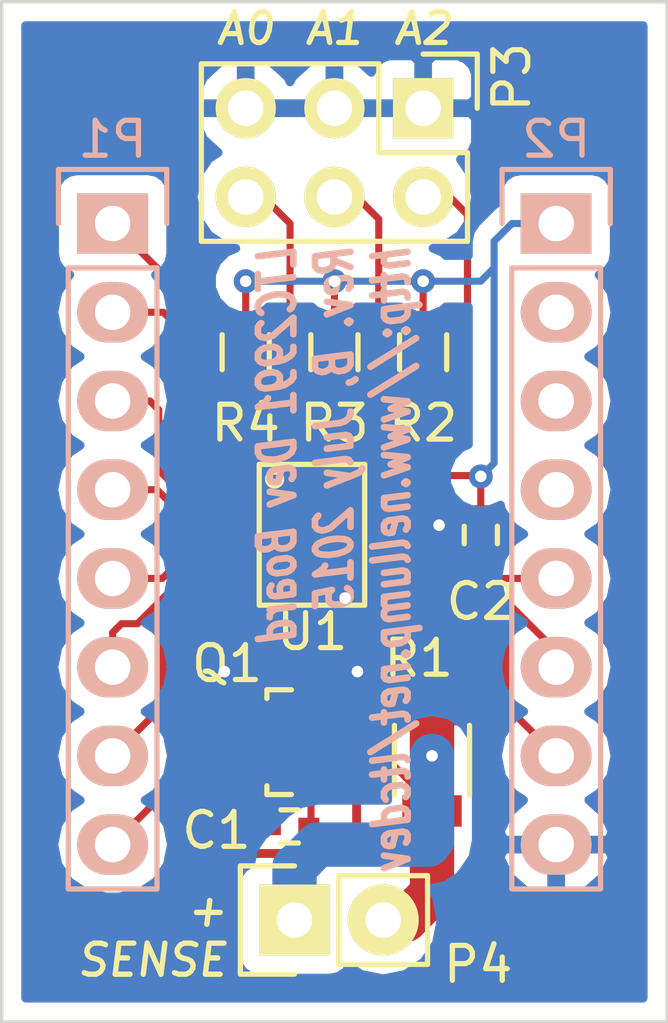
<source format=kicad_pcb>
(kicad_pcb (version 4) (host pcbnew no-vcs-found-product)

  (general
    (links 38)
    (no_connects 2)
    (area 129.106886 87.9221 152.833115 117.271001)
    (thickness 1.6)
    (drawings 9)
    (tracks 161)
    (zones 0)
    (modules 12)
    (nets 18)
  )

  (page A)
  (title_block
    (title "LTC2991 Development Board")
    (date 2015-07-25)
    (rev B)
    (company "Paul Mullen <pm@nellump.net>")
    (comment 1 <http://www.nellump.net/ltcdev>)
  )

  (layers
    (0 F.Cu signal)
    (31 B.Cu signal)
    (32 B.Adhes user)
    (33 F.Adhes user)
    (34 B.Paste user)
    (35 F.Paste user)
    (36 B.SilkS user)
    (37 F.SilkS user)
    (38 B.Mask user)
    (39 F.Mask user)
    (40 Dwgs.User user)
    (41 Cmts.User user)
    (42 Eco1.User user)
    (43 Eco2.User user)
    (44 Edge.Cuts user)
    (45 Margin user)
    (46 B.CrtYd user)
    (47 F.CrtYd user)
    (48 B.Fab user)
    (49 F.Fab user)
  )

  (setup
    (last_trace_width 0.2032)
    (user_trace_width 0.1524)
    (user_trace_width 0.2032)
    (user_trace_width 0.254)
    (user_trace_width 0.3048)
    (user_trace_width 0.4064)
    (user_trace_width 0.508)
    (user_trace_width 0.635)
    (user_trace_width 1.27)
    (user_trace_width 2.54)
    (trace_clearance 0.1524)
    (zone_clearance 0.508)
    (zone_45_only no)
    (trace_min 0.1524)
    (segment_width 0.2)
    (edge_width 0.1)
    (via_size 0.6858)
    (via_drill 0.3302)
    (via_min_size 0.6858)
    (via_min_drill 0.3302)
    (user_via 0.6858 0.3302)
    (user_via 0.9144 0.4572)
    (user_via 1.016 0.508)
    (uvia_size 0.3)
    (uvia_drill 0.1)
    (uvias_allowed no)
    (uvia_min_size 0)
    (uvia_min_drill 0)
    (pcb_text_width 0.3)
    (pcb_text_size 1.5 1.5)
    (mod_edge_width 0.15)
    (mod_text_size 1 1)
    (mod_text_width 0.15)
    (pad_size 1.5 1.5)
    (pad_drill 0.6)
    (pad_to_mask_clearance 0)
    (aux_axis_origin 0 0)
    (visible_elements FFFFFF7F)
    (pcbplotparams
      (layerselection 0x010f8_80000001)
      (usegerberextensions false)
      (excludeedgelayer true)
      (linewidth 0.100000)
      (plotframeref false)
      (viasonmask false)
      (mode 1)
      (useauxorigin false)
      (hpglpennumber 1)
      (hpglpenspeed 20)
      (hpglpendiameter 15)
      (hpglpenoverlay 2)
      (psnegative false)
      (psa4output false)
      (plotreference true)
      (plotvalue false)
      (plotinvisibletext false)
      (padsonsilk false)
      (subtractmaskfromsilk false)
      (outputformat 1)
      (mirror false)
      (drillshape 0)
      (scaleselection 1)
      (outputdirectory ../gerbers/))
  )

  (net 0 "")
  (net 1 /VCC)
  (net 2 /SCL)
  (net 3 /SDA)
  (net 4 /V1)
  (net 5 /V2)
  (net 6 /V3)
  (net 7 /V4)
  (net 8 /GND)
  (net 9 /PWM)
  (net 10 /V8)
  (net 11 /V7)
  (net 12 /V6)
  (net 13 /V5)
  (net 14 /NC)
  (net 15 /ADR2)
  (net 16 /ADR1)
  (net 17 /ADR0)

  (net_class Default "This is the default net class."
    (clearance 0.1524)
    (trace_width 0.2032)
    (via_dia 0.6858)
    (via_drill 0.3302)
    (uvia_dia 0.3)
    (uvia_drill 0.1)
    (add_net /ADR0)
    (add_net /ADR1)
    (add_net /ADR2)
    (add_net /GND)
    (add_net /NC)
    (add_net /PWM)
    (add_net /SCL)
    (add_net /SDA)
    (add_net /V1)
    (add_net /V2)
    (add_net /V3)
    (add_net /V4)
    (add_net /V5)
    (add_net /V6)
    (add_net /V7)
    (add_net /V8)
    (add_net /VCC)
  )

  (module Resistors_SMD:R_1206 (layer F.Cu) (tedit 55B3EDA8) (tstamp 55A3F20C)
    (at 143.764 109.728 270)
    (descr "Resistor SMD 1206, reflow soldering, Vishay (see dcrcw.pdf)")
    (tags "resistor 1206")
    (path /55A21CED)
    (attr smd)
    (fp_text reference R1 (at -2.921 0.381 360) (layer F.SilkS)
      (effects (font (size 1 1) (thickness 0.15)))
    )
    (fp_text value 0.1 (at 0 2.3 270) (layer F.Fab) hide
      (effects (font (size 1 1) (thickness 0.15)))
    )
    (fp_line (start -2.2 -1.2) (end 2.2 -1.2) (layer F.CrtYd) (width 0.05))
    (fp_line (start -2.2 1.2) (end 2.2 1.2) (layer F.CrtYd) (width 0.05))
    (fp_line (start -2.2 -1.2) (end -2.2 1.2) (layer F.CrtYd) (width 0.05))
    (fp_line (start 2.2 -1.2) (end 2.2 1.2) (layer F.CrtYd) (width 0.05))
    (fp_line (start 1 1.075) (end -1 1.075) (layer F.SilkS) (width 0.15))
    (fp_line (start -1 -1.075) (end 1 -1.075) (layer F.SilkS) (width 0.15))
    (pad 1 smd rect (at -1.45 0 270) (size 0.9 1.7) (layers F.Cu F.Paste F.Mask)
      (net 4 /V1))
    (pad 2 smd rect (at 1.45 0 270) (size 0.9 1.7) (layers F.Cu F.Paste F.Mask)
      (net 5 /V2))
    (model Resistors_SMD.3dshapes/R_1206.wrl
      (at (xyz 0 0 0))
      (scale (xyz 1 1 1))
      (rotate (xyz 0 0 0))
    )
  )

  (module Pin_Headers:Pin_Header_Straight_2x03 (layer F.Cu) (tedit 55B41F52) (tstamp 55A3F4D9)
    (at 143.51 91.059 270)
    (descr "Through hole pin header")
    (tags "pin header")
    (path /55A3F3AE)
    (fp_text reference P3 (at -0.889 -2.54 450) (layer F.SilkS)
      (effects (font (size 1 1) (thickness 0.15)))
    )
    (fp_text value PIN_HEAD_2x3 (at 0 -3.1 270) (layer F.Fab) hide
      (effects (font (size 1 1) (thickness 0.15)))
    )
    (fp_line (start -1.27 1.27) (end -1.27 6.35) (layer F.SilkS) (width 0.15))
    (fp_line (start -1.55 -1.55) (end 0 -1.55) (layer F.SilkS) (width 0.15))
    (fp_line (start -1.75 -1.75) (end -1.75 6.85) (layer F.CrtYd) (width 0.05))
    (fp_line (start 4.3 -1.75) (end 4.3 6.85) (layer F.CrtYd) (width 0.05))
    (fp_line (start -1.75 -1.75) (end 4.3 -1.75) (layer F.CrtYd) (width 0.05))
    (fp_line (start -1.75 6.85) (end 4.3 6.85) (layer F.CrtYd) (width 0.05))
    (fp_line (start 1.27 -1.27) (end 1.27 1.27) (layer F.SilkS) (width 0.15))
    (fp_line (start 1.27 1.27) (end -1.27 1.27) (layer F.SilkS) (width 0.15))
    (fp_line (start -1.27 6.35) (end 3.81 6.35) (layer F.SilkS) (width 0.15))
    (fp_line (start 3.81 6.35) (end 3.81 1.27) (layer F.SilkS) (width 0.15))
    (fp_line (start -1.55 -1.55) (end -1.55 0) (layer F.SilkS) (width 0.15))
    (fp_line (start 3.81 -1.27) (end 1.27 -1.27) (layer F.SilkS) (width 0.15))
    (fp_line (start 3.81 1.27) (end 3.81 -1.27) (layer F.SilkS) (width 0.15))
    (pad 1 thru_hole rect (at 0 0 270) (size 1.7272 1.7272) (drill 1.016) (layers *.Cu *.Mask F.SilkS)
      (net 8 /GND))
    (pad 2 thru_hole oval (at 2.54 0 270) (size 1.7272 1.7272) (drill 1.016) (layers *.Cu *.Mask F.SilkS)
      (net 15 /ADR2))
    (pad 3 thru_hole oval (at 0 2.54 270) (size 1.7272 1.7272) (drill 1.016) (layers *.Cu *.Mask F.SilkS)
      (net 8 /GND))
    (pad 4 thru_hole oval (at 2.54 2.54 270) (size 1.7272 1.7272) (drill 1.016) (layers *.Cu *.Mask F.SilkS)
      (net 16 /ADR1))
    (pad 5 thru_hole oval (at 0 5.08 270) (size 1.7272 1.7272) (drill 1.016) (layers *.Cu *.Mask F.SilkS)
      (net 8 /GND))
    (pad 6 thru_hole oval (at 2.54 5.08 270) (size 1.7272 1.7272) (drill 1.016) (layers *.Cu *.Mask F.SilkS)
      (net 17 /ADR0))
    (model Pin_Headers.3dshapes/Pin_Header_Straight_2x03.wrl
      (at (xyz 0.05 -0.1 0))
      (scale (xyz 1 1 1))
      (rotate (xyz 0 0 90))
    )
  )

  (module Pin_Headers:Pin_Header_Straight_1x08 (layer B.Cu) (tedit 55A61E5B) (tstamp 55A5E210)
    (at 134.62 94.361 180)
    (descr "Through hole pin header")
    (tags "pin header")
    (path /55A5EA73)
    (fp_text reference P1 (at 0 2.413 180) (layer B.SilkS)
      (effects (font (size 1 1) (thickness 0.15)) (justify mirror))
    )
    (fp_text value PIN_HEAD_1x8 (at 0 3.1 180) (layer B.Fab) hide
      (effects (font (size 1 1) (thickness 0.15)) (justify mirror))
    )
    (fp_line (start -1.75 1.75) (end -1.75 -19.55) (layer B.CrtYd) (width 0.05))
    (fp_line (start 1.75 1.75) (end 1.75 -19.55) (layer B.CrtYd) (width 0.05))
    (fp_line (start -1.75 1.75) (end 1.75 1.75) (layer B.CrtYd) (width 0.05))
    (fp_line (start -1.75 -19.55) (end 1.75 -19.55) (layer B.CrtYd) (width 0.05))
    (fp_line (start 1.27 -1.27) (end 1.27 -19.05) (layer B.SilkS) (width 0.15))
    (fp_line (start 1.27 -19.05) (end -1.27 -19.05) (layer B.SilkS) (width 0.15))
    (fp_line (start -1.27 -19.05) (end -1.27 -1.27) (layer B.SilkS) (width 0.15))
    (fp_line (start 1.55 1.55) (end 1.55 0) (layer B.SilkS) (width 0.15))
    (fp_line (start 1.27 -1.27) (end -1.27 -1.27) (layer B.SilkS) (width 0.15))
    (fp_line (start -1.55 0) (end -1.55 1.55) (layer B.SilkS) (width 0.15))
    (fp_line (start -1.55 1.55) (end 1.55 1.55) (layer B.SilkS) (width 0.15))
    (pad 1 thru_hole rect (at 0 0 180) (size 2.032 1.7272) (drill 1.016) (layers *.Cu *.Mask B.SilkS)
      (net 4 /V1))
    (pad 2 thru_hole oval (at 0 -2.54 180) (size 2.032 1.7272) (drill 1.016) (layers *.Cu *.Mask B.SilkS)
      (net 5 /V2))
    (pad 3 thru_hole oval (at 0 -5.08 180) (size 2.032 1.7272) (drill 1.016) (layers *.Cu *.Mask B.SilkS)
      (net 6 /V3))
    (pad 4 thru_hole oval (at 0 -7.62 180) (size 2.032 1.7272) (drill 1.016) (layers *.Cu *.Mask B.SilkS)
      (net 7 /V4))
    (pad 5 thru_hole oval (at 0 -10.16 180) (size 2.032 1.7272) (drill 1.016) (layers *.Cu *.Mask B.SilkS)
      (net 13 /V5))
    (pad 6 thru_hole oval (at 0 -12.7 180) (size 2.032 1.7272) (drill 1.016) (layers *.Cu *.Mask B.SilkS)
      (net 12 /V6))
    (pad 7 thru_hole oval (at 0 -15.24 180) (size 2.032 1.7272) (drill 1.016) (layers *.Cu *.Mask B.SilkS)
      (net 11 /V7))
    (pad 8 thru_hole oval (at 0 -17.78 180) (size 2.032 1.7272) (drill 1.016) (layers *.Cu *.Mask B.SilkS)
      (net 10 /V8))
    (model Pin_Headers.3dshapes/Pin_Header_Straight_1x08.wrl
      (at (xyz 0 -0.35 0))
      (scale (xyz 1 1 1))
      (rotate (xyz 0 0 90))
    )
  )

  (module Pin_Headers:Pin_Header_Straight_1x08 (layer B.Cu) (tedit 55A61E59) (tstamp 55A5E378)
    (at 147.32 94.361 180)
    (descr "Through hole pin header")
    (tags "pin header")
    (path /55A5EB80)
    (fp_text reference P2 (at 0 2.413 180) (layer B.SilkS)
      (effects (font (size 1 1) (thickness 0.15)) (justify mirror))
    )
    (fp_text value PIN_HEAD_1x8 (at 0 3.1 180) (layer B.Fab) hide
      (effects (font (size 1 1) (thickness 0.15)) (justify mirror))
    )
    (fp_line (start -1.75 1.75) (end -1.75 -19.55) (layer B.CrtYd) (width 0.05))
    (fp_line (start 1.75 1.75) (end 1.75 -19.55) (layer B.CrtYd) (width 0.05))
    (fp_line (start -1.75 1.75) (end 1.75 1.75) (layer B.CrtYd) (width 0.05))
    (fp_line (start -1.75 -19.55) (end 1.75 -19.55) (layer B.CrtYd) (width 0.05))
    (fp_line (start 1.27 -1.27) (end 1.27 -19.05) (layer B.SilkS) (width 0.15))
    (fp_line (start 1.27 -19.05) (end -1.27 -19.05) (layer B.SilkS) (width 0.15))
    (fp_line (start -1.27 -19.05) (end -1.27 -1.27) (layer B.SilkS) (width 0.15))
    (fp_line (start 1.55 1.55) (end 1.55 0) (layer B.SilkS) (width 0.15))
    (fp_line (start 1.27 -1.27) (end -1.27 -1.27) (layer B.SilkS) (width 0.15))
    (fp_line (start -1.55 0) (end -1.55 1.55) (layer B.SilkS) (width 0.15))
    (fp_line (start -1.55 1.55) (end 1.55 1.55) (layer B.SilkS) (width 0.15))
    (pad 1 thru_hole rect (at 0 0 180) (size 2.032 1.7272) (drill 1.016) (layers *.Cu *.Mask B.SilkS)
      (net 1 /VCC))
    (pad 2 thru_hole oval (at 0 -2.54 180) (size 2.032 1.7272) (drill 1.016) (layers *.Cu *.Mask B.SilkS)
      (net 14 /NC))
    (pad 3 thru_hole oval (at 0 -5.08 180) (size 2.032 1.7272) (drill 1.016) (layers *.Cu *.Mask B.SilkS)
      (net 14 /NC))
    (pad 4 thru_hole oval (at 0 -7.62 180) (size 2.032 1.7272) (drill 1.016) (layers *.Cu *.Mask B.SilkS)
      (net 14 /NC))
    (pad 5 thru_hole oval (at 0 -10.16 180) (size 2.032 1.7272) (drill 1.016) (layers *.Cu *.Mask B.SilkS)
      (net 9 /PWM))
    (pad 6 thru_hole oval (at 0 -12.7 180) (size 2.032 1.7272) (drill 1.016) (layers *.Cu *.Mask B.SilkS)
      (net 2 /SCL))
    (pad 7 thru_hole oval (at 0 -15.24 180) (size 2.032 1.7272) (drill 1.016) (layers *.Cu *.Mask B.SilkS)
      (net 3 /SDA))
    (pad 8 thru_hole oval (at 0 -17.78 180) (size 2.032 1.7272) (drill 1.016) (layers *.Cu *.Mask B.SilkS)
      (net 8 /GND))
    (model Pin_Headers.3dshapes/Pin_Header_Straight_1x08.wrl
      (at (xyz 0 -0.35 0))
      (scale (xyz 1 1 1))
      (rotate (xyz 0 0 90))
    )
  )

  (module Housings_SOT-23_SOT-143_TSOT-6:SOT-23 (layer F.Cu) (tedit 55B41CE8) (tstamp 55A60F6C)
    (at 139.6873 109.2073 90)
    (descr "SOT-23, Standard")
    (tags SOT-23)
    (path /55A33D2F)
    (attr smd)
    (fp_text reference Q1 (at 2.2479 -1.7907 360) (layer F.SilkS)
      (effects (font (size 1 1) (thickness 0.15)))
    )
    (fp_text value MMBT3904 (at 0 2.3 90) (layer F.Fab) hide
      (effects (font (size 1 1) (thickness 0.15)))
    )
    (fp_line (start -1.65 -1.6) (end 1.65 -1.6) (layer F.CrtYd) (width 0.05))
    (fp_line (start 1.65 -1.6) (end 1.65 1.6) (layer F.CrtYd) (width 0.05))
    (fp_line (start 1.65 1.6) (end -1.65 1.6) (layer F.CrtYd) (width 0.05))
    (fp_line (start -1.65 1.6) (end -1.65 -1.6) (layer F.CrtYd) (width 0.05))
    (fp_line (start 1.29916 -0.65024) (end 1.2509 -0.65024) (layer F.SilkS) (width 0.15))
    (fp_line (start -1.49982 0.0508) (end -1.49982 -0.65024) (layer F.SilkS) (width 0.15))
    (fp_line (start -1.49982 -0.65024) (end -1.2509 -0.65024) (layer F.SilkS) (width 0.15))
    (fp_line (start 1.29916 -0.65024) (end 1.49982 -0.65024) (layer F.SilkS) (width 0.15))
    (fp_line (start 1.49982 -0.65024) (end 1.49982 0.0508) (layer F.SilkS) (width 0.15))
    (pad 1 smd rect (at -0.95 1.00076 90) (size 0.8001 0.8001) (layers F.Cu F.Paste F.Mask)
      (net 6 /V3))
    (pad 2 smd rect (at 0.95 1.00076 90) (size 0.8001 0.8001) (layers F.Cu F.Paste F.Mask)
      (net 6 /V3))
    (pad 3 smd rect (at 0 -0.99822 90) (size 0.8001 0.8001) (layers F.Cu F.Paste F.Mask)
      (net 7 /V4))
    (model Housings_SOT-23_SOT-143_TSOT-6.3dshapes/SOT-23.wrl
      (at (xyz 0 0 0))
      (scale (xyz 1 1 1))
      (rotate (xyz 0 0 0))
    )
  )

  (module Resistors_SMD:R_0603 (layer F.Cu) (tedit 55B3D0B2) (tstamp 55A60F72)
    (at 143.51 98.044 270)
    (descr "Resistor SMD 0603, reflow soldering, Vishay (see dcrcw.pdf)")
    (tags "resistor 0603")
    (path /55A1C08B)
    (attr smd)
    (fp_text reference R2 (at 2.032 0 360) (layer F.SilkS)
      (effects (font (size 1 1) (thickness 0.15)))
    )
    (fp_text value 5k6 (at 0 1.9 270) (layer F.Fab) hide
      (effects (font (size 1 1) (thickness 0.15)))
    )
    (fp_line (start -1.3 -0.8) (end 1.3 -0.8) (layer F.CrtYd) (width 0.05))
    (fp_line (start -1.3 0.8) (end 1.3 0.8) (layer F.CrtYd) (width 0.05))
    (fp_line (start -1.3 -0.8) (end -1.3 0.8) (layer F.CrtYd) (width 0.05))
    (fp_line (start 1.3 -0.8) (end 1.3 0.8) (layer F.CrtYd) (width 0.05))
    (fp_line (start 0.5 0.675) (end -0.5 0.675) (layer F.SilkS) (width 0.15))
    (fp_line (start -0.5 -0.675) (end 0.5 -0.675) (layer F.SilkS) (width 0.15))
    (pad 1 smd rect (at -0.75 0 270) (size 0.5 0.9) (layers F.Cu F.Paste F.Mask)
      (net 1 /VCC))
    (pad 2 smd rect (at 0.75 0 270) (size 0.5 0.9) (layers F.Cu F.Paste F.Mask)
      (net 15 /ADR2))
    (model Resistors_SMD.3dshapes/R_0603.wrl
      (at (xyz 0 0 0))
      (scale (xyz 1 1 1))
      (rotate (xyz 0 0 0))
    )
  )

  (module Resistors_SMD:R_0603 (layer F.Cu) (tedit 55B3D0AF) (tstamp 55A60F78)
    (at 140.97 98.044 270)
    (descr "Resistor SMD 0603, reflow soldering, Vishay (see dcrcw.pdf)")
    (tags "resistor 0603")
    (path /55A1C0C2)
    (attr smd)
    (fp_text reference R3 (at 2.032 0 360) (layer F.SilkS)
      (effects (font (size 1 1) (thickness 0.15)))
    )
    (fp_text value 5k6 (at 0 1.9 270) (layer F.Fab) hide
      (effects (font (size 1 1) (thickness 0.15)))
    )
    (fp_line (start -1.3 -0.8) (end 1.3 -0.8) (layer F.CrtYd) (width 0.05))
    (fp_line (start -1.3 0.8) (end 1.3 0.8) (layer F.CrtYd) (width 0.05))
    (fp_line (start -1.3 -0.8) (end -1.3 0.8) (layer F.CrtYd) (width 0.05))
    (fp_line (start 1.3 -0.8) (end 1.3 0.8) (layer F.CrtYd) (width 0.05))
    (fp_line (start 0.5 0.675) (end -0.5 0.675) (layer F.SilkS) (width 0.15))
    (fp_line (start -0.5 -0.675) (end 0.5 -0.675) (layer F.SilkS) (width 0.15))
    (pad 1 smd rect (at -0.75 0 270) (size 0.5 0.9) (layers F.Cu F.Paste F.Mask)
      (net 1 /VCC))
    (pad 2 smd rect (at 0.75 0 270) (size 0.5 0.9) (layers F.Cu F.Paste F.Mask)
      (net 16 /ADR1))
    (model Resistors_SMD.3dshapes/R_0603.wrl
      (at (xyz 0 0 0))
      (scale (xyz 1 1 1))
      (rotate (xyz 0 0 0))
    )
  )

  (module Resistors_SMD:R_0603 (layer F.Cu) (tedit 55B3D0AB) (tstamp 55A60F7E)
    (at 138.43 98.044 270)
    (descr "Resistor SMD 0603, reflow soldering, Vishay (see dcrcw.pdf)")
    (tags "resistor 0603")
    (path /55A1C3A3)
    (attr smd)
    (fp_text reference R4 (at 2.032 0 360) (layer F.SilkS)
      (effects (font (size 1 1) (thickness 0.15)))
    )
    (fp_text value 5k6 (at 0 1.9 270) (layer F.Fab) hide
      (effects (font (size 1 1) (thickness 0.15)))
    )
    (fp_line (start -1.3 -0.8) (end 1.3 -0.8) (layer F.CrtYd) (width 0.05))
    (fp_line (start -1.3 0.8) (end 1.3 0.8) (layer F.CrtYd) (width 0.05))
    (fp_line (start -1.3 -0.8) (end -1.3 0.8) (layer F.CrtYd) (width 0.05))
    (fp_line (start 1.3 -0.8) (end 1.3 0.8) (layer F.CrtYd) (width 0.05))
    (fp_line (start 0.5 0.675) (end -0.5 0.675) (layer F.SilkS) (width 0.15))
    (fp_line (start -0.5 -0.675) (end 0.5 -0.675) (layer F.SilkS) (width 0.15))
    (pad 1 smd rect (at -0.75 0 270) (size 0.5 0.9) (layers F.Cu F.Paste F.Mask)
      (net 1 /VCC))
    (pad 2 smd rect (at 0.75 0 270) (size 0.5 0.9) (layers F.Cu F.Paste F.Mask)
      (net 17 /ADR0))
    (model Resistors_SMD.3dshapes/R_0603.wrl
      (at (xyz 0 0 0))
      (scale (xyz 1 1 1))
      (rotate (xyz 0 0 0))
    )
  )

  (module Local:MSOP-16 (layer F.Cu) (tedit 55B3D258) (tstamp 55A61310)
    (at 140.335 103.251)
    (path /55A19EC5)
    (fp_text reference U1 (at 0 2.794) (layer F.SilkS)
      (effects (font (size 1 1) (thickness 0.15)))
    )
    (fp_text value LTC2991 (at 0 -2.8194) (layer F.Fab) hide
      (effects (font (size 1 1) (thickness 0.15)))
    )
    (fp_circle (center -1.0778 -1.5746) (end -0.8778 -1.5746) (layer F.SilkS) (width 0.15))
    (fp_line (start -1.5178 -1.9946) (end 1.5022 -1.9946) (layer F.SilkS) (width 0.15))
    (fp_line (start 1.5022 -1.9946) (end 1.5022 2.0354) (layer F.SilkS) (width 0.15))
    (fp_line (start 1.5022 2.0354) (end -1.5178 2.0354) (layer F.SilkS) (width 0.15))
    (fp_line (start -1.5178 2.0354) (end -1.5178 -1.9946) (layer F.SilkS) (width 0.15))
    (pad 9 smd rect (at 2.1622 1.8254) (size 0.889 0.305) (layers F.Cu F.Paste F.Mask)
      (net 8 /GND))
    (pad 10 smd rect (at 2.1622 1.3254) (size 0.889 0.305) (layers F.Cu F.Paste F.Mask)
      (net 3 /SDA))
    (pad 11 smd rect (at 2.1622 0.8254) (size 0.889 0.305) (layers F.Cu F.Paste F.Mask)
      (net 2 /SCL))
    (pad 12 smd rect (at 2.1622 0.3254) (size 0.889 0.305) (layers F.Cu F.Paste F.Mask)
      (net 9 /PWM))
    (pad 13 smd rect (at 2.1622 -0.1746) (size 0.889 0.305) (layers F.Cu F.Paste F.Mask)
      (net 17 /ADR0))
    (pad 14 smd rect (at 2.1622 -0.6746) (size 0.889 0.305) (layers F.Cu F.Paste F.Mask)
      (net 16 /ADR1))
    (pad 15 smd rect (at 2.1622 -1.1746) (size 0.889 0.305) (layers F.Cu F.Paste F.Mask)
      (net 15 /ADR2))
    (pad 8 smd rect (at -2.1778 1.8254) (size 0.889 0.305) (layers F.Cu F.Paste F.Mask)
      (net 10 /V8))
    (pad 7 smd rect (at -2.1778 1.3254) (size 0.889 0.305) (layers F.Cu F.Paste F.Mask)
      (net 11 /V7))
    (pad 6 smd rect (at -2.1778 0.8254) (size 0.889 0.305) (layers F.Cu F.Paste F.Mask)
      (net 12 /V6))
    (pad 5 smd rect (at -2.1778 0.3254) (size 0.889 0.305) (layers F.Cu F.Paste F.Mask)
      (net 13 /V5))
    (pad 4 smd rect (at -2.1778 -0.1746) (size 0.889 0.305) (layers F.Cu F.Paste F.Mask)
      (net 7 /V4))
    (pad 3 smd rect (at -2.1778 -0.6746) (size 0.889 0.305) (layers F.Cu F.Paste F.Mask)
      (net 6 /V3))
    (pad 1 smd rect (at -2.1778 -1.6746) (size 0.889 0.305) (layers F.Cu F.Paste F.Mask)
      (net 4 /V1))
    (pad 2 smd rect (at -2.1778 -1.1746) (size 0.889 0.305) (layers F.Cu F.Paste F.Mask)
      (net 5 /V2))
    (pad 16 smd rect (at 2.1622 -1.6746) (size 0.889 0.305) (layers F.Cu F.Paste F.Mask)
      (net 1 /VCC))
  )

  (module Capacitors_SMD:C_0402 (layer F.Cu) (tedit 55B41CDF) (tstamp 55B340EC)
    (at 139.6873 111.6203 180)
    (descr "Capacitor SMD 0402, reflow soldering, AVX (see smccp.pdf)")
    (tags "capacitor 0402")
    (path /55B2FA16)
    (attr smd)
    (fp_text reference C1 (at 2.0955 -0.1143 360) (layer F.SilkS)
      (effects (font (size 1 1) (thickness 0.15)))
    )
    (fp_text value 470p (at 0 1.7 180) (layer F.Fab) hide
      (effects (font (size 1 1) (thickness 0.15)))
    )
    (fp_line (start -1.15 -0.6) (end 1.15 -0.6) (layer F.CrtYd) (width 0.05))
    (fp_line (start -1.15 0.6) (end 1.15 0.6) (layer F.CrtYd) (width 0.05))
    (fp_line (start -1.15 -0.6) (end -1.15 0.6) (layer F.CrtYd) (width 0.05))
    (fp_line (start 1.15 -0.6) (end 1.15 0.6) (layer F.CrtYd) (width 0.05))
    (fp_line (start 0.25 -0.475) (end -0.25 -0.475) (layer F.SilkS) (width 0.15))
    (fp_line (start -0.25 0.475) (end 0.25 0.475) (layer F.SilkS) (width 0.15))
    (pad 1 smd rect (at -0.55 0 180) (size 0.6 0.5) (layers F.Cu F.Paste F.Mask)
      (net 6 /V3))
    (pad 2 smd rect (at 0.55 0 180) (size 0.6 0.5) (layers F.Cu F.Paste F.Mask)
      (net 7 /V4))
    (model Capacitors_SMD.3dshapes/C_0402.wrl
      (at (xyz 0 0 0))
      (scale (xyz 1 1 1))
      (rotate (xyz 0 0 0))
    )
  )

  (module Capacitors_SMD:C_0402 (layer F.Cu) (tedit 55B3ED9D) (tstamp 55B340F2)
    (at 145.161 103.2764 270)
    (descr "Capacitor SMD 0402, reflow soldering, AVX (see smccp.pdf)")
    (tags "capacitor 0402")
    (path /55B2ECFC)
    (attr smd)
    (fp_text reference C2 (at 1.905 0 360) (layer F.SilkS)
      (effects (font (size 1 1) (thickness 0.15)))
    )
    (fp_text value 0.1μ (at 0 1.7 270) (layer F.Fab) hide
      (effects (font (size 1 1) (thickness 0.15)))
    )
    (fp_line (start -1.15 -0.6) (end 1.15 -0.6) (layer F.CrtYd) (width 0.05))
    (fp_line (start -1.15 0.6) (end 1.15 0.6) (layer F.CrtYd) (width 0.05))
    (fp_line (start -1.15 -0.6) (end -1.15 0.6) (layer F.CrtYd) (width 0.05))
    (fp_line (start 1.15 -0.6) (end 1.15 0.6) (layer F.CrtYd) (width 0.05))
    (fp_line (start 0.25 -0.475) (end -0.25 -0.475) (layer F.SilkS) (width 0.15))
    (fp_line (start -0.25 0.475) (end 0.25 0.475) (layer F.SilkS) (width 0.15))
    (pad 1 smd rect (at -0.55 0 270) (size 0.6 0.5) (layers F.Cu F.Paste F.Mask)
      (net 1 /VCC))
    (pad 2 smd rect (at 0.55 0 270) (size 0.6 0.5) (layers F.Cu F.Paste F.Mask)
      (net 8 /GND))
    (model Capacitors_SMD.3dshapes/C_0402.wrl
      (at (xyz 0 0 0))
      (scale (xyz 1 1 1))
      (rotate (xyz 0 0 0))
    )
  )

  (module Pin_Headers:Pin_Header_Straight_1x02 (layer F.Cu) (tedit 55B41EA1) (tstamp 55B3CDCE)
    (at 139.827 114.3 90)
    (descr "Through hole pin header")
    (tags "pin header")
    (path /55B2EA15)
    (fp_text reference P4 (at -1.27 5.2578 180) (layer F.SilkS)
      (effects (font (size 1 1) (thickness 0.15)))
    )
    (fp_text value CONN_SENSE (at 0 -3.1 90) (layer F.Fab) hide
      (effects (font (size 1 1) (thickness 0.15)))
    )
    (fp_line (start 1.27 1.27) (end 1.27 3.81) (layer F.SilkS) (width 0.15))
    (fp_line (start 1.55 -1.55) (end 1.55 0) (layer F.SilkS) (width 0.15))
    (fp_line (start -1.75 -1.75) (end -1.75 4.3) (layer F.CrtYd) (width 0.05))
    (fp_line (start 1.75 -1.75) (end 1.75 4.3) (layer F.CrtYd) (width 0.05))
    (fp_line (start -1.75 -1.75) (end 1.75 -1.75) (layer F.CrtYd) (width 0.05))
    (fp_line (start -1.75 4.3) (end 1.75 4.3) (layer F.CrtYd) (width 0.05))
    (fp_line (start 1.27 1.27) (end -1.27 1.27) (layer F.SilkS) (width 0.15))
    (fp_line (start -1.55 0) (end -1.55 -1.55) (layer F.SilkS) (width 0.15))
    (fp_line (start -1.55 -1.55) (end 1.55 -1.55) (layer F.SilkS) (width 0.15))
    (fp_line (start -1.27 1.27) (end -1.27 3.81) (layer F.SilkS) (width 0.15))
    (fp_line (start -1.27 3.81) (end 1.27 3.81) (layer F.SilkS) (width 0.15))
    (pad 1 thru_hole rect (at 0 0 90) (size 2.032 2.032) (drill 1.016) (layers *.Cu *.Mask F.SilkS)
      (net 4 /V1))
    (pad 2 thru_hole oval (at 0 2.54 90) (size 2.032 2.032) (drill 1.016) (layers *.Cu *.Mask F.SilkS)
      (net 5 /V2))
    (model Pin_Headers.3dshapes/Pin_Header_Straight_1x02.wrl
      (at (xyz 0 -0.05 0))
      (scale (xyz 1 1 1))
      (rotate (xyz 0 0 90))
    )
  )

  (gr_text "+\nSENSE" (at 137.9728 114.7318) (layer F.SilkS)
    (effects (font (size 0.889 0.889) (thickness 0.1524) italic) (justify right))
  )
  (gr_line (start 150.495 88.011) (end 150.495 117.221) (angle 90) (layer Edge.Cuts) (width 0.1))
  (gr_line (start 131.445 88.011) (end 131.445 117.221) (angle 90) (layer Edge.Cuts) (width 0.1))
  (gr_text "LTC2991 Dev Board\nRev. B, July 2015\nhttp://www.nellump.net/ltcdev" (at 140.97 94.869 90) (layer B.SilkS)
    (effects (font (size 1.016 0.762) (thickness 0.1905) italic) (justify left mirror))
  )
  (gr_text A2 (at 143.51 88.773) (layer F.SilkS)
    (effects (font (size 0.889 0.889) (thickness 0.1524) italic))
  )
  (gr_text A1 (at 140.97 88.773) (layer F.SilkS)
    (effects (font (size 0.889 0.889) (thickness 0.1524) italic))
  )
  (gr_text A0 (at 138.43 88.773) (layer F.SilkS)
    (effects (font (size 0.889 0.889) (thickness 0.1524) italic))
  )
  (gr_line (start 150.495 117.221) (end 131.445 117.221) (angle 90) (layer Edge.Cuts) (width 0.1))
  (gr_line (start 131.445 88.011) (end 150.495 88.011) (angle 90) (layer Edge.Cuts) (width 0.1))

  (segment (start 145.161 102.7264) (end 145.161 101.6) (width 0.2032) (layer F.Cu) (net 1))
  (segment (start 142.4972 101.5764) (end 145.1374 101.5764) (width 0.2032) (layer F.Cu) (net 1))
  (segment (start 145.1374 101.5764) (end 145.161 101.6) (width 0.2032) (layer F.Cu) (net 1) (tstamp 55B3D17F))
  (segment (start 145.542 95.631) (end 145.542 101.219) (width 0.2032) (layer B.Cu) (net 1))
  (segment (start 145.542 101.219) (end 145.161 101.6) (width 0.2032) (layer B.Cu) (net 1) (tstamp 55A61D53))
  (via (at 145.161 101.6) (size 0.6858) (drill 0.3302) (layers F.Cu B.Cu) (net 1))
  (segment (start 145.161 101.6) (end 145.1374 101.5764) (width 0.2032) (layer F.Cu) (net 1) (tstamp 55A61D5C))
  (segment (start 140.97 96.012) (end 138.43 96.012) (width 0.2032) (layer B.Cu) (net 1))
  (segment (start 138.43 96.012) (end 138.43 97.294) (width 0.2032) (layer F.Cu) (net 1) (tstamp 55A61C49))
  (via (at 138.43 96.012) (size 0.6858) (drill 0.3302) (layers F.Cu B.Cu) (net 1))
  (segment (start 143.51 96.012) (end 140.97 96.012) (width 0.2032) (layer B.Cu) (net 1))
  (segment (start 140.97 96.012) (end 140.97 97.294) (width 0.2032) (layer F.Cu) (net 1) (tstamp 55A61C42))
  (via (at 140.97 96.012) (size 0.6858) (drill 0.3302) (layers F.Cu B.Cu) (net 1))
  (segment (start 147.32 94.361) (end 146.05 94.361) (width 0.2032) (layer B.Cu) (net 1))
  (segment (start 143.51 96.012) (end 143.51 97.294) (width 0.2032) (layer F.Cu) (net 1) (tstamp 55A61C37))
  (via (at 143.51 96.012) (size 0.6858) (drill 0.3302) (layers F.Cu B.Cu) (net 1))
  (segment (start 145.161 96.012) (end 143.51 96.012) (width 0.2032) (layer B.Cu) (net 1) (tstamp 55A61C2D))
  (segment (start 145.542 95.631) (end 145.161 96.012) (width 0.2032) (layer B.Cu) (net 1) (tstamp 55A61C27))
  (segment (start 145.542 94.869) (end 145.542 95.631) (width 0.2032) (layer B.Cu) (net 1) (tstamp 55A61C20))
  (segment (start 146.05 94.361) (end 145.542 94.869) (width 0.2032) (layer B.Cu) (net 1) (tstamp 55A61C18))
  (segment (start 142.4972 104.0764) (end 143.4464 104.0764) (width 0.2032) (layer F.Cu) (net 2))
  (segment (start 145.6436 104.9274) (end 147.32 106.6038) (width 0.2032) (layer F.Cu) (net 2) (tstamp 55B3F21B))
  (segment (start 144.2974 104.9274) (end 145.6436 104.9274) (width 0.2032) (layer F.Cu) (net 2) (tstamp 55B3F216))
  (segment (start 143.4464 104.0764) (end 144.2974 104.9274) (width 0.2032) (layer F.Cu) (net 2) (tstamp 55B3F210))
  (segment (start 147.32 106.6038) (end 147.32 107.061) (width 0.2032) (layer F.Cu) (net 2) (tstamp 55B3F220))
  (segment (start 142.4972 104.5764) (end 143.3368 104.5764) (width 0.2032) (layer F.Cu) (net 3))
  (segment (start 145.8722 108.1532) (end 147.32 109.601) (width 0.2032) (layer F.Cu) (net 3) (tstamp 55B3F1C0))
  (segment (start 145.8722 105.791) (end 145.8722 108.1532) (width 0.2032) (layer F.Cu) (net 3) (tstamp 55B3F1B8))
  (segment (start 145.3896 105.3084) (end 145.8722 105.791) (width 0.2032) (layer F.Cu) (net 3) (tstamp 55B3F1B6))
  (segment (start 144.0688 105.3084) (end 145.3896 105.3084) (width 0.2032) (layer F.Cu) (net 3) (tstamp 55B3F1B3))
  (segment (start 143.3368 104.5764) (end 144.0688 105.3084) (width 0.2032) (layer F.Cu) (net 3) (tstamp 55B3F1AB))
  (segment (start 138.1572 101.5764) (end 139.3208 101.5764) (width 0.2032) (layer F.Cu) (net 4))
  (segment (start 143.764 105.9942) (end 143.764 108.278) (width 0.2032) (layer F.Cu) (net 4) (tstamp 55B3F3EA))
  (segment (start 143.51 105.7402) (end 143.764 105.9942) (width 0.2032) (layer F.Cu) (net 4) (tstamp 55B3F3E5))
  (segment (start 140.843 105.7402) (end 143.51 105.7402) (width 0.2032) (layer F.Cu) (net 4) (tstamp 55B3F3DB))
  (segment (start 140.4874 105.3846) (end 140.843 105.7402) (width 0.2032) (layer F.Cu) (net 4) (tstamp 55B3F3D8))
  (segment (start 140.4874 102.743) (end 140.4874 105.3846) (width 0.2032) (layer F.Cu) (net 4) (tstamp 55B3F3D2))
  (segment (start 139.3208 101.5764) (end 140.4874 102.743) (width 0.2032) (layer F.Cu) (net 4) (tstamp 55B3F3C7))
  (segment (start 138.1572 101.5764) (end 137.238 101.5764) (width 0.2032) (layer F.Cu) (net 4))
  (segment (start 136.7028 96.4438) (end 134.62 94.361) (width 0.2032) (layer F.Cu) (net 4) (tstamp 55B3F38D))
  (segment (start 136.7028 101.0412) (end 136.7028 96.4438) (width 0.2032) (layer F.Cu) (net 4) (tstamp 55B3F388))
  (segment (start 137.238 101.5764) (end 136.7028 101.0412) (width 0.2032) (layer F.Cu) (net 4) (tstamp 55B3F385))
  (segment (start 143.764 108.278) (end 143.764 109.601) (width 1.27) (layer F.Cu) (net 4))
  (via (at 143.764 109.601) (size 0.6858) (drill 0.3302) (layers F.Cu B.Cu) (net 4))
  (segment (start 143.764 109.601) (end 143.764 112.014) (width 1.27) (layer B.Cu) (net 4) (tstamp 55B3ECC0))
  (segment (start 143.764 112.014) (end 143.637 112.141) (width 1.27) (layer B.Cu) (net 4) (tstamp 55B3ECC1))
  (segment (start 143.6624 112.141) (end 140.4874 112.141) (width 1.27) (layer B.Cu) (net 4) (tstamp 55B3ECCB))
  (segment (start 140.4874 112.141) (end 139.8524 112.776) (width 1.27) (layer B.Cu) (net 4) (tstamp 55B3ECD3))
  (segment (start 139.827 112.776) (end 139.827 114.3) (width 1.27) (layer B.Cu) (net 4) (tstamp 55B3ECDF))
  (segment (start 143.764 111.178) (end 143.764 110.9726) (width 0.2032) (layer F.Cu) (net 5))
  (segment (start 143.764 110.9726) (end 142.621 109.8296) (width 0.2032) (layer F.Cu) (net 5) (tstamp 55B3F3F3))
  (segment (start 139.262 102.0764) (end 138.1572 102.0764) (width 0.2032) (layer F.Cu) (net 5) (tstamp 55B3F421))
  (segment (start 140.0556 102.87) (end 139.262 102.0764) (width 0.2032) (layer F.Cu) (net 5) (tstamp 55B3F41A))
  (segment (start 140.0556 105.5116) (end 140.0556 102.87) (width 0.2032) (layer F.Cu) (net 5) (tstamp 55B3F414))
  (segment (start 140.6652 106.1212) (end 140.0556 105.5116) (width 0.2032) (layer F.Cu) (net 5) (tstamp 55B3F410))
  (segment (start 142.367 106.1212) (end 140.6652 106.1212) (width 0.2032) (layer F.Cu) (net 5) (tstamp 55B3F40B))
  (segment (start 142.621 106.3752) (end 142.367 106.1212) (width 0.2032) (layer F.Cu) (net 5) (tstamp 55B3F408))
  (segment (start 142.621 109.8296) (end 142.621 106.3752) (width 0.2032) (layer F.Cu) (net 5) (tstamp 55B3F3FB))
  (segment (start 138.1572 102.0764) (end 137.1538 102.0764) (width 0.2032) (layer F.Cu) (net 5))
  (segment (start 136.0678 96.901) (end 134.62 96.901) (width 0.2032) (layer F.Cu) (net 5) (tstamp 55B3F381))
  (segment (start 136.3218 97.155) (end 136.0678 96.901) (width 0.2032) (layer F.Cu) (net 5) (tstamp 55B3F37E))
  (segment (start 136.3218 101.2444) (end 136.3218 97.155) (width 0.2032) (layer F.Cu) (net 5) (tstamp 55B3F374))
  (segment (start 137.1538 102.0764) (end 136.3218 101.2444) (width 0.2032) (layer F.Cu) (net 5) (tstamp 55B3F36B))
  (segment (start 142.367 114.3) (end 143.002 114.3) (width 1.27) (layer F.Cu) (net 5))
  (segment (start 143.002 114.3) (end 143.764 113.538) (width 1.27) (layer F.Cu) (net 5) (tstamp 55B3ECA3))
  (segment (start 143.764 113.538) (end 143.764 111.178) (width 1.27) (layer F.Cu) (net 5) (tstamp 55B3ECAE))
  (segment (start 138.1572 102.5764) (end 139.1524 102.5764) (width 0.2032) (layer F.Cu) (net 6))
  (segment (start 140.68806 106.70286) (end 140.68806 108.2573) (width 0.2032) (layer F.Cu) (net 6) (tstamp 55B41E03))
  (segment (start 139.6238 105.6386) (end 140.68806 106.70286) (width 0.2032) (layer F.Cu) (net 6) (tstamp 55B41E01))
  (segment (start 139.6238 103.0478) (end 139.6238 105.6386) (width 0.2032) (layer F.Cu) (net 6) (tstamp 55B41E00))
  (segment (start 139.1524 102.5764) (end 139.6238 103.0478) (width 0.2032) (layer F.Cu) (net 6) (tstamp 55B41DFF))
  (segment (start 138.1572 102.5764) (end 137.095 102.5764) (width 0.2032) (layer F.Cu) (net 6))
  (segment (start 137.095 102.5764) (end 135.9408 101.4222) (width 0.2032) (layer F.Cu) (net 6) (tstamp 55B3F31A))
  (segment (start 135.9408 101.4222) (end 135.9408 99.695) (width 0.2032) (layer F.Cu) (net 6) (tstamp 55B3F327))
  (segment (start 135.9408 99.695) (end 135.6868 99.441) (width 0.2032) (layer F.Cu) (net 6) (tstamp 55B3F337))
  (segment (start 135.6868 99.441) (end 134.62 99.441) (width 0.2032) (layer F.Cu) (net 6) (tstamp 55B3F33A))
  (segment (start 140.3008 111.5568) (end 140.3008 110.54456) (width 0.2032) (layer F.Cu) (net 6))
  (segment (start 140.3008 110.54456) (end 140.75156 110.0938) (width 0.2032) (layer F.Cu) (net 6) (tstamp 55B34136))
  (segment (start 140.75156 108.1938) (end 140.75156 110.0938) (width 0.2032) (layer F.Cu) (net 6))
  (segment (start 138.1572 103.0764) (end 138.9158 103.0764) (width 0.2032) (layer F.Cu) (net 7))
  (segment (start 138.68908 106.64952) (end 138.68908 109.2073) (width 0.2032) (layer F.Cu) (net 7) (tstamp 55B41E0A))
  (segment (start 139.192 106.1466) (end 138.68908 106.64952) (width 0.2032) (layer F.Cu) (net 7) (tstamp 55B41E09))
  (segment (start 139.192 103.3526) (end 139.192 106.1466) (width 0.2032) (layer F.Cu) (net 7) (tstamp 55B41E08))
  (segment (start 138.9158 103.0764) (end 139.192 103.3526) (width 0.2032) (layer F.Cu) (net 7) (tstamp 55B41E07))
  (segment (start 138.1572 103.0764) (end 136.9854 103.0764) (width 0.2032) (layer F.Cu) (net 7))
  (segment (start 136.9854 103.0764) (end 135.89 101.981) (width 0.2032) (layer F.Cu) (net 7) (tstamp 55B3F313))
  (segment (start 135.89 101.981) (end 134.62 101.981) (width 0.2032) (layer F.Cu) (net 7) (tstamp 55B3F314))
  (segment (start 138.6713 109.18952) (end 138.68908 109.2073) (width 0.2032) (layer F.Cu) (net 7) (tstamp 55B3D37C))
  (segment (start 139.2008 111.5568) (end 139.2008 109.59202) (width 0.2032) (layer F.Cu) (net 7))
  (segment (start 139.2008 109.59202) (end 138.75258 109.1438) (width 0.2032) (layer F.Cu) (net 7) (tstamp 55B34132))
  (segment (start 137.795 107.188) (end 137.795 112.395) (width 0.254) (layer F.Cu) (net 8))
  (via (at 137.8204 107.188) (size 0.6858) (drill 0.3302) (layers F.Cu B.Cu) (net 8))
  (segment (start 141.605 107.188) (end 137.795 107.188) (width 0.254) (layer B.Cu) (net 8) (tstamp 55B41DFA))
  (via (at 141.6304 107.188) (size 0.6858) (drill 0.3302) (layers F.Cu B.Cu) (net 8) (status 80))
  (segment (start 141.2782 105.0764) (end 141.2748 105.0798) (width 0.2032) (layer F.Cu) (net 8) (tstamp 55B3F26C))
  (via (at 141.2748 105.0798) (size 0.6858) (drill 0.3302) (layers F.Cu B.Cu) (net 8))
  (segment (start 142.4972 105.0764) (end 141.2782 105.0764) (width 0.2032) (layer F.Cu) (net 8))
  (segment (start 141.2748 106.8324) (end 141.6304 107.188) (width 0.2032) (layer B.Cu) (net 8) (tstamp 55B46635))
  (segment (start 141.2748 105.0798) (end 141.2748 106.8324) (width 0.2032) (layer B.Cu) (net 8))
  (segment (start 141.605 112.395) (end 141.605 107.188) (width 0.254) (layer F.Cu) (net 8) (tstamp 55B41DF7))
  (segment (start 137.795 112.395) (end 141.605 112.395) (width 0.254) (layer F.Cu) (net 8) (tstamp 55B41DF6))
  (segment (start 145.161 103.8264) (end 144.441 103.8264) (width 0.2032) (layer F.Cu) (net 8))
  (via (at 143.9672 102.997) (size 0.6858) (drill 0.3302) (layers F.Cu B.Cu) (net 8))
  (segment (start 143.9672 103.3526) (end 143.9672 102.997) (width 0.2032) (layer F.Cu) (net 8) (tstamp 55B3F260))
  (segment (start 144.441 103.8264) (end 143.9672 103.3526) (width 0.2032) (layer F.Cu) (net 8) (tstamp 55B3F253))
  (segment (start 142.5026 105.071) (end 142.4972 105.0764) (width 0.2032) (layer F.Cu) (net 8) (tstamp 55B3D195))
  (segment (start 142.5026 105.071) (end 142.4972 105.0764) (width 0.2032) (layer F.Cu) (net 8) (tstamp 55B3D17C))
  (segment (start 142.4972 103.5764) (end 143.5814 103.5764) (width 0.2032) (layer F.Cu) (net 9))
  (segment (start 144.526 104.521) (end 147.32 104.521) (width 0.2032) (layer F.Cu) (net 9) (tstamp 55B3F22C))
  (segment (start 143.5814 103.5764) (end 144.526 104.521) (width 0.2032) (layer F.Cu) (net 9) (tstamp 55B3F227))
  (segment (start 138.1572 105.0764) (end 137.1634 105.0764) (width 0.2032) (layer F.Cu) (net 10))
  (segment (start 136.4488 110.3122) (end 134.62 112.141) (width 0.2032) (layer F.Cu) (net 10) (tstamp 55B3FAC3))
  (segment (start 136.4488 105.791) (end 136.4488 110.3122) (width 0.2032) (layer F.Cu) (net 10) (tstamp 55B3FABA))
  (segment (start 137.1634 105.0764) (end 136.4488 105.791) (width 0.2032) (layer F.Cu) (net 10) (tstamp 55B3FAAE))
  (segment (start 138.1572 104.5764) (end 137.1046 104.5764) (width 0.2032) (layer F.Cu) (net 11))
  (segment (start 136.0678 108.1532) (end 134.62 109.601) (width 0.2032) (layer F.Cu) (net 11) (tstamp 55B3FAA3))
  (segment (start 136.0678 105.6132) (end 136.0678 108.1532) (width 0.2032) (layer F.Cu) (net 11) (tstamp 55B3FA96))
  (segment (start 137.1046 104.5764) (end 136.0678 105.6132) (width 0.2032) (layer F.Cu) (net 11) (tstamp 55B3FA83))
  (segment (start 138.1572 104.0764) (end 137.0712 104.0764) (width 0.2032) (layer F.Cu) (net 12))
  (segment (start 134.62 106.0704) (end 134.62 107.061) (width 0.2032) (layer F.Cu) (net 12) (tstamp 55B3FA6B))
  (segment (start 134.874 105.8164) (end 134.62 106.0704) (width 0.2032) (layer F.Cu) (net 12) (tstamp 55B3FA66))
  (segment (start 135.3312 105.8164) (end 134.874 105.8164) (width 0.2032) (layer F.Cu) (net 12) (tstamp 55B3FA59))
  (segment (start 137.0712 104.0764) (end 135.3312 105.8164) (width 0.2032) (layer F.Cu) (net 12) (tstamp 55B3FA48))
  (segment (start 138.1572 103.5764) (end 136.987 103.5764) (width 0.2032) (layer F.Cu) (net 13))
  (segment (start 136.0424 104.521) (end 134.62 104.521) (width 0.2032) (layer F.Cu) (net 13) (tstamp 55B3F30F))
  (segment (start 136.987 103.5764) (end 136.0424 104.521) (width 0.2032) (layer F.Cu) (net 13) (tstamp 55B3F304))
  (segment (start 142.4972 102.0764) (end 141.8906 102.0764) (width 0.2032) (layer F.Cu) (net 15))
  (segment (start 142.8115 99.2505) (end 143.268 98.794) (width 0.2032) (layer F.Cu) (net 15) (tstamp 55B3EE95))
  (segment (start 141.9225 99.2505) (end 142.8115 99.2505) (width 0.2032) (layer F.Cu) (net 15) (tstamp 55B3EE92))
  (segment (start 141.7952 99.3778) (end 141.9225 99.2505) (width 0.2032) (layer F.Cu) (net 15) (tstamp 55B3EE84))
  (segment (start 141.7952 101.981) (end 141.7952 99.3778) (width 0.2032) (layer F.Cu) (net 15) (tstamp 55B3EE79))
  (segment (start 141.8906 102.0764) (end 141.7952 101.981) (width 0.2032) (layer F.Cu) (net 15) (tstamp 55B3EE6F))
  (segment (start 143.268 98.794) (end 143.51 98.794) (width 0.2032) (layer F.Cu) (net 15) (tstamp 55B3EEA1))
  (segment (start 143.51 93.599) (end 144.272 93.599) (width 0.2032) (layer F.Cu) (net 15))
  (segment (start 144.272 93.599) (end 144.78 94.107) (width 0.2032) (layer F.Cu) (net 15) (tstamp 55A61548))
  (segment (start 144.78 94.107) (end 144.78 98.425) (width 0.2032) (layer F.Cu) (net 15) (tstamp 55A61549))
  (segment (start 144.78 98.425) (end 144.411 98.794) (width 0.2032) (layer F.Cu) (net 15) (tstamp 55A6154A))
  (segment (start 144.411 98.794) (end 143.51 98.794) (width 0.2032) (layer F.Cu) (net 15) (tstamp 55A6154B))
  (segment (start 142.4972 102.5764) (end 141.887702 102.5764) (width 0.2032) (layer F.Cu) (net 16))
  (segment (start 141.4272 99.2512) (end 140.97 98.794) (width 0.2032) (layer F.Cu) (net 16) (tstamp 55B3EF3A))
  (segment (start 141.4272 102.115898) (end 141.4272 99.2512) (width 0.2032) (layer F.Cu) (net 16) (tstamp 55B3EF2C))
  (segment (start 141.887702 102.5764) (end 141.4272 102.115898) (width 0.2032) (layer F.Cu) (net 16) (tstamp 55B3EF27))
  (segment (start 140.97 93.599) (end 141.605 93.599) (width 0.2032) (layer F.Cu) (net 16))
  (segment (start 141.605 93.599) (end 142.24 94.234) (width 0.2032) (layer F.Cu) (net 16) (tstamp 55A6157D))
  (segment (start 142.24 94.234) (end 142.24 98.425) (width 0.2032) (layer F.Cu) (net 16) (tstamp 55A6158B))
  (segment (start 142.24 98.425) (end 141.871 98.794) (width 0.2032) (layer F.Cu) (net 16) (tstamp 55A61595))
  (segment (start 141.871 98.794) (end 140.97 98.794) (width 0.2032) (layer F.Cu) (net 16) (tstamp 55A615A2))
  (segment (start 142.4972 103.0764) (end 141.8622 103.0764) (width 0.2032) (layer F.Cu) (net 17))
  (segment (start 139.319 99.3394) (end 139.319 98.806) (width 0.2032) (layer F.Cu) (net 17) (tstamp 55B3EF6B))
  (segment (start 139.5476 99.568) (end 139.319 99.3394) (width 0.2032) (layer F.Cu) (net 17) (tstamp 55B3EF64))
  (segment (start 140.9192 99.568) (end 139.5476 99.568) (width 0.2032) (layer F.Cu) (net 17) (tstamp 55B3EF5A))
  (segment (start 141.071598 99.720398) (end 140.9192 99.568) (width 0.2032) (layer F.Cu) (net 17) (tstamp 55B3EF57))
  (segment (start 141.071598 102.285798) (end 141.071598 99.720398) (width 0.2032) (layer F.Cu) (net 17) (tstamp 55B3EF4E))
  (segment (start 141.8622 103.0764) (end 141.071598 102.285798) (width 0.2032) (layer F.Cu) (net 17) (tstamp 55B3EF43))
  (segment (start 138.43 93.599) (end 138.938 93.599) (width 0.2032) (layer F.Cu) (net 17))
  (segment (start 138.938 93.599) (end 139.7 94.361) (width 0.2032) (layer F.Cu) (net 17) (tstamp 55A61619))
  (segment (start 139.319 98.806) (end 138.442 98.806) (width 0.2032) (layer F.Cu) (net 17) (tstamp 55A61638))
  (segment (start 139.7 98.425) (end 139.319 98.806) (width 0.2032) (layer F.Cu) (net 17) (tstamp 55A6162C))
  (segment (start 139.7 94.361) (end 139.7 98.425) (width 0.2032) (layer F.Cu) (net 17) (tstamp 55A61625))
  (segment (start 138.442 98.806) (end 138.43 98.794) (width 0.2032) (layer F.Cu) (net 17) (tstamp 55A6163F))
  (segment (start 138.442 98.806) (end 138.43 98.794) (width 0.2032) (layer F.Cu) (net 17) (tstamp 55A615EF))

  (zone (net 8) (net_name /GND) (layer B.Cu) (tstamp 55A61CD0) (hatch edge 0.508)
    (connect_pads (clearance 0.508))
    (min_thickness 0.254)
    (fill yes (arc_segments 16) (thermal_gap 0.508) (thermal_bridge_width 0.508))
    (polygon
      (pts
        (xy 149.987 116.713) (xy 131.953 116.713) (xy 131.953 88.519) (xy 149.987 88.519)
      )
    )
    (filled_polygon
      (pts
        (xy 149.81 116.536) (xy 132.13 116.536) (xy 132.13 96.901) (xy 132.936655 96.901) (xy 133.050729 97.474489)
        (xy 133.375585 97.96067) (xy 133.690366 98.171) (xy 133.375585 98.38133) (xy 133.050729 98.867511) (xy 132.936655 99.441)
        (xy 133.050729 100.014489) (xy 133.375585 100.50067) (xy 133.690366 100.711) (xy 133.375585 100.92133) (xy 133.050729 101.407511)
        (xy 132.936655 101.981) (xy 133.050729 102.554489) (xy 133.375585 103.04067) (xy 133.690366 103.251) (xy 133.375585 103.46133)
        (xy 133.050729 103.947511) (xy 132.936655 104.521) (xy 133.050729 105.094489) (xy 133.375585 105.58067) (xy 133.690366 105.791)
        (xy 133.375585 106.00133) (xy 133.050729 106.487511) (xy 132.936655 107.061) (xy 133.050729 107.634489) (xy 133.375585 108.12067)
        (xy 133.690366 108.331) (xy 133.375585 108.54133) (xy 133.050729 109.027511) (xy 132.936655 109.601) (xy 133.050729 110.174489)
        (xy 133.375585 110.66067) (xy 133.690366 110.871) (xy 133.375585 111.08133) (xy 133.050729 111.567511) (xy 132.936655 112.141)
        (xy 133.050729 112.714489) (xy 133.375585 113.20067) (xy 133.861766 113.525526) (xy 134.435255 113.6396) (xy 134.804745 113.6396)
        (xy 135.378234 113.525526) (xy 135.739702 113.284) (xy 138.16356 113.284) (xy 138.16356 115.316) (xy 138.210537 115.558123)
        (xy 138.350327 115.770927) (xy 138.56136 115.913377) (xy 138.811 115.96344) (xy 140.843 115.96344) (xy 141.085123 115.916463)
        (xy 141.297927 115.776673) (xy 141.396164 115.63114) (xy 141.73519 115.85767) (xy 142.367 115.983345) (xy 142.99881 115.85767)
        (xy 143.534433 115.499778) (xy 143.892325 114.964155) (xy 144.018 114.332345) (xy 144.018 114.267655) (xy 143.892325 113.635845)
        (xy 143.73274 113.397009) (xy 144.148408 113.314327) (xy 144.560426 113.039026) (xy 144.611573 112.962479) (xy 144.662026 112.912026)
        (xy 144.937314 112.500026) (xy 145.712642 112.500026) (xy 145.715291 112.515791) (xy 145.969268 113.043036) (xy 146.40568 113.432954)
        (xy 146.958087 113.626184) (xy 147.193 113.481924) (xy 147.193 112.268) (xy 147.447 112.268) (xy 147.447 113.481924)
        (xy 147.681913 113.626184) (xy 148.23432 113.432954) (xy 148.670732 113.043036) (xy 148.924709 112.515791) (xy 148.927358 112.500026)
        (xy 148.806217 112.268) (xy 147.447 112.268) (xy 147.193 112.268) (xy 147.193 112.268) (xy 145.833783 112.268)
        (xy 145.712642 112.500026) (xy 144.937314 112.500026) (xy 144.937327 112.500008) (xy 145.034 112.014) (xy 145.034 109.601)
        (xy 144.937327 109.114992) (xy 144.662026 108.702974) (xy 144.250008 108.427673) (xy 143.764 108.331) (xy 143.277992 108.427673)
        (xy 142.865974 108.702974) (xy 142.590673 109.114992) (xy 142.494 109.601) (xy 142.494 110.871) (xy 140.487405 110.871)
        (xy 140.4874 110.870999) (xy 140.001392 110.967673) (xy 139.589374 111.242974) (xy 139.589372 111.242977) (xy 139.005521 111.826827)
        (xy 138.928974 111.877974) (xy 138.653673 112.289992) (xy 138.575654 112.682222) (xy 138.568877 112.683537) (xy 138.356073 112.823327)
        (xy 138.213623 113.03436) (xy 138.16356 113.284) (xy 135.739702 113.284) (xy 135.864415 113.20067) (xy 136.189271 112.714489)
        (xy 136.303345 112.141) (xy 136.189271 111.567511) (xy 135.864415 111.08133) (xy 135.549634 110.871) (xy 135.864415 110.66067)
        (xy 136.189271 110.174489) (xy 136.303345 109.601) (xy 136.189271 109.027511) (xy 135.864415 108.54133) (xy 135.549634 108.331)
        (xy 135.864415 108.12067) (xy 136.189271 107.634489) (xy 136.303345 107.061) (xy 136.189271 106.487511) (xy 135.864415 106.00133)
        (xy 135.549634 105.791) (xy 135.864415 105.58067) (xy 136.189271 105.094489) (xy 136.303345 104.521) (xy 136.189271 103.947511)
        (xy 135.864415 103.46133) (xy 135.549634 103.251) (xy 135.864415 103.04067) (xy 136.189271 102.554489) (xy 136.303345 101.981)
        (xy 136.189271 101.407511) (xy 135.864415 100.92133) (xy 135.549634 100.711) (xy 135.864415 100.50067) (xy 136.189271 100.014489)
        (xy 136.303345 99.441) (xy 136.189271 98.867511) (xy 135.864415 98.38133) (xy 135.549634 98.171) (xy 135.864415 97.96067)
        (xy 136.189271 97.474489) (xy 136.303345 96.901) (xy 136.189271 96.327511) (xy 135.864415 95.84133) (xy 135.848633 95.830785)
        (xy 135.878123 95.825063) (xy 136.090927 95.685273) (xy 136.233377 95.47424) (xy 136.28344 95.2246) (xy 136.28344 93.569641)
        (xy 136.9314 93.569641) (xy 136.9314 93.628359) (xy 137.045474 94.201848) (xy 137.37033 94.688029) (xy 137.856511 95.012885)
        (xy 138.14729 95.070724) (xy 137.876788 95.182493) (xy 137.60146 95.457341) (xy 137.45227 95.81663) (xy 137.451931 96.205663)
        (xy 137.600493 96.565212) (xy 137.875341 96.84054) (xy 138.23463 96.98973) (xy 138.623663 96.990069) (xy 138.983212 96.841507)
        (xy 139.076281 96.7486) (xy 140.323561 96.7486) (xy 140.415341 96.84054) (xy 140.77463 96.98973) (xy 141.163663 96.990069)
        (xy 141.523212 96.841507) (xy 141.616281 96.7486) (xy 142.863561 96.7486) (xy 142.955341 96.84054) (xy 143.31463 96.98973)
        (xy 143.703663 96.990069) (xy 144.063212 96.841507) (xy 144.156281 96.7486) (xy 144.8054 96.7486) (xy 144.8054 100.688842)
        (xy 144.607788 100.770493) (xy 144.33246 101.045341) (xy 144.18327 101.40463) (xy 144.182931 101.793663) (xy 144.331493 102.153212)
        (xy 144.606341 102.42854) (xy 144.96563 102.57773) (xy 145.354663 102.578069) (xy 145.714212 102.429507) (xy 145.723937 102.419799)
        (xy 145.750729 102.554489) (xy 146.075585 103.04067) (xy 146.390366 103.251) (xy 146.075585 103.46133) (xy 145.750729 103.947511)
        (xy 145.636655 104.521) (xy 145.750729 105.094489) (xy 146.075585 105.58067) (xy 146.390366 105.791) (xy 146.075585 106.00133)
        (xy 145.750729 106.487511) (xy 145.636655 107.061) (xy 145.750729 107.634489) (xy 146.075585 108.12067) (xy 146.390366 108.331)
        (xy 146.075585 108.54133) (xy 145.750729 109.027511) (xy 145.636655 109.601) (xy 145.750729 110.174489) (xy 146.075585 110.66067)
        (xy 146.385069 110.867461) (xy 145.969268 111.238964) (xy 145.715291 111.766209) (xy 145.712642 111.781974) (xy 145.833783 112.014)
        (xy 147.193 112.014) (xy 147.193 111.994) (xy 147.447 111.994) (xy 147.447 112.014) (xy 148.806217 112.014)
        (xy 148.927358 111.781974) (xy 148.924709 111.766209) (xy 148.670732 111.238964) (xy 148.254931 110.867461) (xy 148.564415 110.66067)
        (xy 148.889271 110.174489) (xy 149.003345 109.601) (xy 148.889271 109.027511) (xy 148.564415 108.54133) (xy 148.249634 108.331)
        (xy 148.564415 108.12067) (xy 148.889271 107.634489) (xy 149.003345 107.061) (xy 148.889271 106.487511) (xy 148.564415 106.00133)
        (xy 148.249634 105.791) (xy 148.564415 105.58067) (xy 148.889271 105.094489) (xy 149.003345 104.521) (xy 148.889271 103.947511)
        (xy 148.564415 103.46133) (xy 148.249634 103.251) (xy 148.564415 103.04067) (xy 148.889271 102.554489) (xy 149.003345 101.981)
        (xy 148.889271 101.407511) (xy 148.564415 100.92133) (xy 148.249634 100.711) (xy 148.564415 100.50067) (xy 148.889271 100.014489)
        (xy 149.003345 99.441) (xy 148.889271 98.867511) (xy 148.564415 98.38133) (xy 148.249634 98.171) (xy 148.564415 97.96067)
        (xy 148.889271 97.474489) (xy 149.003345 96.901) (xy 148.889271 96.327511) (xy 148.564415 95.84133) (xy 148.548633 95.830785)
        (xy 148.578123 95.825063) (xy 148.790927 95.685273) (xy 148.933377 95.47424) (xy 148.98344 95.2246) (xy 148.98344 93.4974)
        (xy 148.936463 93.255277) (xy 148.796673 93.042473) (xy 148.58564 92.900023) (xy 148.336 92.84996) (xy 146.304 92.84996)
        (xy 146.061877 92.896937) (xy 145.849073 93.036727) (xy 145.706623 93.24776) (xy 145.65656 93.4974) (xy 145.65656 93.755009)
        (xy 145.529145 93.840145) (xy 145.021145 94.348145) (xy 144.86147 94.587115) (xy 144.8054 94.869) (xy 144.8054 95.2754)
        (xy 144.156439 95.2754) (xy 144.064659 95.18346) (xy 143.793016 95.070664) (xy 144.083489 95.012885) (xy 144.56967 94.688029)
        (xy 144.894526 94.201848) (xy 145.0086 93.628359) (xy 145.0086 93.569641) (xy 144.894526 92.996152) (xy 144.579474 92.524644)
        (xy 144.733299 92.460927) (xy 144.911927 92.282298) (xy 145.0086 92.048909) (xy 145.0086 91.34475) (xy 144.84985 91.186)
        (xy 143.637 91.186) (xy 143.637 91.206) (xy 143.383 91.206) (xy 143.383 91.186) (xy 141.097 91.186)
        (xy 141.097 91.206) (xy 140.843 91.206) (xy 140.843 91.186) (xy 138.557 91.186) (xy 138.557 91.206)
        (xy 138.303 91.206) (xy 138.303 91.186) (xy 137.095531 91.186) (xy 136.975032 91.418027) (xy 137.223179 91.94749)
        (xy 137.641161 92.329008) (xy 137.37033 92.509971) (xy 137.045474 92.996152) (xy 136.9314 93.569641) (xy 136.28344 93.569641)
        (xy 136.28344 93.4974) (xy 136.236463 93.255277) (xy 136.096673 93.042473) (xy 135.88564 92.900023) (xy 135.636 92.84996)
        (xy 133.604 92.84996) (xy 133.361877 92.896937) (xy 133.149073 93.036727) (xy 133.006623 93.24776) (xy 132.95656 93.4974)
        (xy 132.95656 95.2246) (xy 133.003537 95.466723) (xy 133.143327 95.679527) (xy 133.35436 95.821977) (xy 133.392963 95.829718)
        (xy 133.375585 95.84133) (xy 133.050729 96.327511) (xy 132.936655 96.901) (xy 132.13 96.901) (xy 132.13 90.699973)
        (xy 136.975032 90.699973) (xy 137.095531 90.932) (xy 138.303 90.932) (xy 138.303 89.725183) (xy 138.557 89.725183)
        (xy 138.557 90.932) (xy 140.843 90.932) (xy 140.843 89.725183) (xy 141.097 89.725183) (xy 141.097 90.932)
        (xy 143.383 90.932) (xy 143.383 89.71915) (xy 143.637 89.71915) (xy 143.637 90.932) (xy 144.84985 90.932)
        (xy 145.0086 90.77325) (xy 145.0086 90.069091) (xy 144.911927 89.835702) (xy 144.733299 89.657073) (xy 144.49991 89.5604)
        (xy 143.79575 89.5604) (xy 143.637 89.71915) (xy 143.383 89.71915) (xy 143.383 89.71915) (xy 143.22425 89.5604)
        (xy 142.52009 89.5604) (xy 142.286701 89.657073) (xy 142.108073 89.835702) (xy 142.0263 90.03312) (xy 141.744947 89.776312)
        (xy 141.329026 89.604042) (xy 141.097 89.725183) (xy 140.843 89.725183) (xy 140.843 89.725183) (xy 140.610974 89.604042)
        (xy 140.195053 89.776312) (xy 139.763179 90.17051) (xy 139.7 90.305313) (xy 139.636821 90.17051) (xy 139.204947 89.776312)
        (xy 138.789026 89.604042) (xy 138.557 89.725183) (xy 138.303 89.725183) (xy 138.303 89.725183) (xy 138.070974 89.604042)
        (xy 137.655053 89.776312) (xy 137.223179 90.17051) (xy 136.975032 90.699973) (xy 132.13 90.699973) (xy 132.13 88.696)
        (xy 149.81 88.696) (xy 149.81 116.536)
      )
    )
  )
)

</source>
